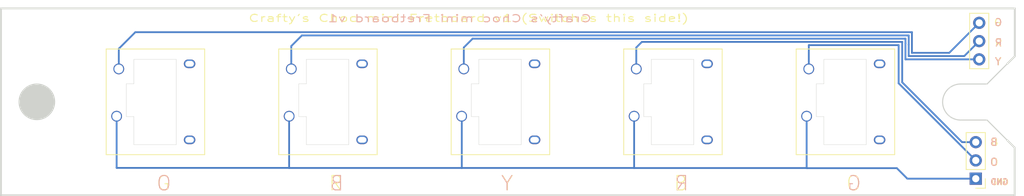
<source format=kicad_pcb>
(kicad_pcb (version 20221018) (generator pcbnew)
  (layers (0 "F.Cu" signal) (31 "B.Cu" signal) (34 "B.Paste" user) (35 "F.Paste" user) (36 "B.SilkS" user "B.Silkscreen") (37 "F.SilkS" user "F.Silkscreen") (38 "B.Mask" user) (39 "F.Mask" user) (44 "Edge.Cuts" user))
  (net 0 "")
  (net 1 "Net-(J1-Pin_1)")
  (net 2 "Net-(J2-Pin_3)")
  (net 3 "Net-(J2-Pin_2)")
  (net 4 "Net-(J2-Pin_1)")
  (net 5 "Net-(J1-Pin_3)")
  (net 6 "Net-(J1-Pin_2)")
  (footprint "PCM_Switch_Keyboard_Kailh:SW_Kailh_Choc_Mini_1.00u" (layer "F.Cu") (at 69.5 -13 -90)
    (fp_text reference "CH3" hide)
    (fp_text value "choc_SW_solder")
    (fp_line (start -7.35 -6.85) (end -7.35 6.85) (stroke (width 0.12)) (layer "F.SilkS"))
    (fp_line (start -7.35 6.85) (end 7.35 6.85) (stroke (width 0.12)) (layer "F.SilkS"))
    (fp_line (start 7.35 -6.85) (end -7.35 -6.85) (stroke (width 0.12)) (layer "F.SilkS"))
    (fp_line (start 7.35 6.85) (end 7.35 -6.85) (stroke (width 0.12)) (layer "F.SilkS"))
    (fp_line (start -5.9 -2.9) (end -5.9 3) (stroke (width 0.05)) (layer "Edge.Cuts"))
    (fp_line (start -5.9 3) (end -2.5 3) (stroke (width 0.05)) (layer "Edge.Cuts"))
    (fp_line (start -2.5 3) (end -2.5 4.05) (stroke (width 0.05)) (layer "Edge.Cuts"))
    (fp_line (start -2.5 4.05) (end 2.05 4.05) (stroke (width 0.05)) (layer "Edge.Cuts"))
    (fp_line (start 2.05 3) (end 5.95 3) (stroke (width 0.05)) (layer "Edge.Cuts"))
    (fp_line (start 2.05 4.05) (end 2.05 3) (stroke (width 0.05)) (layer "Edge.Cuts"))
    (fp_line (start 5.95 -2.9) (end -5.9 -2.9) (stroke (width 0.05)) (layer "Edge.Cuts"))
    (fp_line (start 5.95 3) (end 5.95 -2.9) (stroke (width 0.05)) (layer "Edge.Cuts"))
    (pad "" np_thru_hole oval (at -5.29 -4.75 270) (size 1.2 1.6) (drill oval 0.8 1.2) (layers "*.Cu" "*.Mask"))
    (pad "" np_thru_hole oval (at 5.29 -4.75 270) (size 1.2 1.6) (drill oval 0.8 1.2) (layers "*.Cu" "*.Mask"))
    (pad "1" thru_hole circle (at 2 5.4 270) (size 1.5 1.5) (drill 1.2) (layers "*.Cu" "*.Mask") (net 1 "Net-(J1-Pin_1)"))
    (pad "2" thru_hole circle (at -4.58 5.1 270) (size 1.5 1.5) (drill 1.2) (layers "*.Cu" "*.Mask") (net 4 "Net-(J2-Pin_1)"))
  )
  (footprint "PCM_Switch_Keyboard_Kailh:SW_Kailh_Choc_Mini_1.00u" (layer "F.Cu") (at 117.5 -13 -90)
    (fp_text reference "CH5" hide)
    (fp_text value "choc_SW_solder")
    (fp_line (start -7.35 -6.85) (end -7.35 6.85) (stroke (width 0.12)) (layer "F.SilkS"))
    (fp_line (start -7.35 6.85) (end 7.35 6.85) (stroke (width 0.12)) (layer "F.SilkS"))
    (fp_line (start 7.35 -6.85) (end -7.35 -6.85) (stroke (width 0.12)) (layer "F.SilkS"))
    (fp_line (start 7.35 6.85) (end 7.35 -6.85) (stroke (width 0.12)) (layer "F.SilkS"))
    (fp_line (start -5.9 -2.9) (end -5.9 3) (stroke (width 0.05)) (layer "Edge.Cuts"))
    (fp_line (start -5.9 3) (end -2.5 3) (stroke (width 0.05)) (layer "Edge.Cuts"))
    (fp_line (start -2.5 3) (end -2.5 4.05) (stroke (width 0.05)) (layer "Edge.Cuts"))
    (fp_line (start -2.5 4.05) (end 2.05 4.05) (stroke (width 0.05)) (layer "Edge.Cuts"))
    (fp_line (start 2.05 3) (end 5.95 3) (stroke (width 0.05)) (layer "Edge.Cuts"))
    (fp_line (start 2.05 4.05) (end 2.05 3) (stroke (width 0.05)) (layer "Edge.Cuts"))
    (fp_line (start 5.95 -2.9) (end -5.9 -2.9) (stroke (width 0.05)) (layer "Edge.Cuts"))
    (fp_line (start 5.95 3) (end 5.95 -2.9) (stroke (width 0.05)) (layer "Edge.Cuts"))
    (pad "" np_thru_hole oval (at -5.29 -4.75 270) (size 1.2 1.6) (drill oval 0.8 1.2) (layers "*.Cu" "*.Mask"))
    (pad "" np_thru_hole oval (at 5.29 -4.75 270) (size 1.2 1.6) (drill oval 0.8 1.2) (layers "*.Cu" "*.Mask"))
    (pad "1" thru_hole circle (at 2 5.4 270) (size 1.5 1.5) (drill 1.2) (layers "*.Cu" "*.Mask") (net 1 "Net-(J1-Pin_1)"))
    (pad "2" thru_hole circle (at -4.58 5.1 270) (size 1.5 1.5) (drill 1.2) (layers "*.Cu" "*.Mask") (net 6 "Net-(J1-Pin_2)"))
  )
  (footprint "Connector_PinHeader_2.54mm:PinHeader_1x03_P2.54mm_Vertical" (layer "F.Cu") (at 135.63 -2.31 180)
    (fp_text reference "J1" hide)
    (fp_text value "Conn_01x03_Pin")
    (fp_line (start -1.33 -1.33) (end 0 -1.33) (stroke (width 0.12)) (layer "F.SilkS"))
    (fp_line (start -1.33 0) (end -1.33 -1.33) (stroke (width 0.12)) (layer "F.SilkS"))
    (fp_line (start -1.33 1.27) (end -1.33 6.41) (stroke (width 0.12)) (layer "F.SilkS"))
    (fp_line (start -1.33 1.27) (end 1.33 1.27) (stroke (width 0.12)) (layer "F.SilkS"))
    (fp_line (start -1.33 6.41) (end 1.33 6.41) (stroke (width 0.12)) (layer "F.SilkS"))
    (fp_line (start 1.33 1.27) (end 1.33 6.41) (stroke (width 0.12)) (layer "F.SilkS"))
    (pad "1" thru_hole rect (at 0 0 180) (size 1.7 1.7) (drill 1) (layers "*.Cu" "*.Mask") (net 1 "Net-(J1-Pin_1)"))
    (pad "2" thru_hole oval (at 0 2.54 180) (size 1.7 1.7) (drill 1) (layers "*.Cu" "*.Mask") (net 6 "Net-(J1-Pin_2)"))
    (pad "3" thru_hole oval (at 0 5.08 180) (size 1.7 1.7) (drill 1) (layers "*.Cu" "*.Mask") (net 5 "Net-(J1-Pin_3)"))
  )
  (footprint "Connector_PinHeader_2.54mm:PinHeader_1x03_P2.54mm_Vertical" (layer "F.Cu") (at 136.11 -18.91 180)
    (fp_text reference "J2" hide)
    (fp_text value "Conn_01x03_Pin")
    (fp_line (start -1.33 -1.3) (end -1.33 6.41) (stroke (width 0.12)) (layer "F.SilkS"))
    (fp_line (start -1.33 -1.3) (end 1.33 -1.3) (stroke (width 0.12)) (layer "F.SilkS"))
    (fp_line (start -1.33 6.41) (end 1.33 6.41) (stroke (width 0.12)) (layer "F.SilkS"))
    (fp_line (start 1.33 -1.3) (end 1.33 6.41) (stroke (width 0.12)) (layer "F.SilkS"))
    (pad "1" thru_hole oval (at 0 0 180) (size 1.7 1.7) (drill 1) (layers "*.Cu" "*.Mask") (net 4 "Net-(J2-Pin_1)"))
    (pad "2" thru_hole oval (at 0 2.54 180) (size 1.7 1.7) (drill 1) (layers "*.Cu" "*.Mask") (net 3 "Net-(J2-Pin_2)"))
    (pad "3" thru_hole oval (at 0 5.08 180) (size 1.7 1.7) (drill 1) (layers "*.Cu" "*.Mask") (net 2 "Net-(J2-Pin_3)"))
  )
  (footprint "PCM_Switch_Keyboard_Kailh:SW_Kailh_Choc_Mini_1.00u" (layer "F.Cu") (at 93.5 -13 -90)
    (fp_text reference "CH4" hide)
    (fp_text value "choc_SW_solder")
    (fp_line (start -7.35 -6.85) (end -7.35 6.85) (stroke (width 0.12)) (layer "F.SilkS"))
    (fp_line (start -7.35 6.85) (end 7.35 6.85) (stroke (width 0.12)) (layer "F.SilkS"))
    (fp_line (start 7.35 -6.85) (end -7.35 -6.85) (stroke (width 0.12)) (layer "F.SilkS"))
    (fp_line (start 7.35 6.85) (end 7.35 -6.85) (stroke (width 0.12)) (layer "F.SilkS"))
    (fp_line (start -5.9 -2.9) (end -5.9 3) (stroke (width 0.05)) (layer "Edge.Cuts"))
    (fp_line (start -5.9 3) (end -2.5 3) (stroke (width 0.05)) (layer "Edge.Cuts"))
    (fp_line (start -2.5 3) (end -2.5 4.05) (stroke (width 0.05)) (layer "Edge.Cuts"))
    (fp_line (start -2.5 4.05) (end 2.05 4.05) (stroke (width 0.05)) (layer "Edge.Cuts"))
    (fp_line (start 2.05 3) (end 5.95 3) (stroke (width 0.05)) (layer "Edge.Cuts"))
    (fp_line (start 2.05 4.05) (end 2.05 3) (stroke (width 0.05)) (layer "Edge.Cuts"))
    (fp_line (start 5.95 -2.9) (end -5.9 -2.9) (stroke (width 0.05)) (layer "Edge.Cuts"))
    (fp_line (start 5.95 3) (end 5.95 -2.9) (stroke (width 0.05)) (layer "Edge.Cuts"))
    (pad "" np_thru_hole oval (at -5.29 -4.75 270) (size 1.2 1.6) (drill oval 0.8 1.2) (layers "*.Cu" "*.Mask"))
    (pad "" np_thru_hole oval (at 5.29 -4.75 270) (size 1.2 1.6) (drill oval 0.8 1.2) (layers "*.Cu" "*.Mask"))
    (pad "1" thru_hole circle (at 2 5.4 270) (size 1.5 1.5) (drill 1.2) (layers "*.Cu" "*.Mask") (net 1 "Net-(J1-Pin_1)"))
    (pad "2" thru_hole circle (at -4.58 5.1 270) (size 1.5 1.5) (drill 1.2) (layers "*.Cu" "*.Mask") (net 5 "Net-(J1-Pin_3)"))
  )
  (footprint "PCM_Switch_Keyboard_Kailh:SW_Kailh_Choc_Mini_1.00u" (layer "F.Cu") (at 21.5 -13 -90)
    (fp_text reference "CH1" hide)
    (fp_text value "choc_SW_solder")
    (fp_line (start -7.35 -6.85) (end -7.35 6.85) (stroke (width 0.12)) (layer "F.SilkS"))
    (fp_line (start -7.35 6.85) (end 7.35 6.85) (stroke (width 0.12)) (layer "F.SilkS"))
    (fp_line (start 7.35 -6.85) (end -7.35 -6.85) (stroke (width 0.12)) (layer "F.SilkS"))
    (fp_line (start 7.35 6.85) (end 7.35 -6.85) (stroke (width 0.12)) (layer "F.SilkS"))
    (fp_line (start -5.9 -2.9) (end -5.9 3) (stroke (width 0.05)) (layer "Edge.Cuts"))
    (fp_line (start -5.9 3) (end -2.5 3) (stroke (width 0.05)) (layer "Edge.Cuts"))
    (fp_line (start -2.5 3) (end -2.5 4.05) (stroke (width 0.05)) (layer "Edge.Cuts"))
    (fp_line (start -2.5 4.05) (end 2.05 4.05) (stroke (width 0.05)) (layer "Edge.Cuts"))
    (fp_line (start 2.05 3) (end 5.95 3) (stroke (width 0.05)) (layer "Edge.Cuts"))
    (fp_line (start 2.05 4.05) (end 2.05 3) (stroke (width 0.05)) (layer "Edge.Cuts"))
    (fp_line (start 5.95 -2.9) (end -5.9 -2.9) (stroke (width 0.05)) (layer "Edge.Cuts"))
    (fp_line (start 5.95 3) (end 5.95 -2.9) (stroke (width 0.05)) (layer "Edge.Cuts"))
    (pad "" np_thru_hole oval (at -5.29 -4.75 270) (size 1.2 1.6) (drill oval 0.8 1.2) (layers "*.Cu" "*.Mask"))
    (pad "" np_thru_hole oval (at 5.29 -4.75 270) (size 1.2 1.6) (drill oval 0.8 1.2) (layers "*.Cu" "*.Mask"))
    (pad "1" thru_hole circle (at 2 5.4 270) (size 1.5 1.5) (drill 1.2) (layers "*.Cu" "*.Mask") (net 1 "Net-(J1-Pin_1)"))
    (pad "2" thru_hole circle (at -4.58 5.1 270) (size 1.5 1.5) (drill 1.2) (layers "*.Cu" "*.Mask") (net 2 "Net-(J2-Pin_3)"))
  )
  (footprint "PCM_Switch_Keyboard_Kailh:SW_Kailh_Choc_Mini_1.00u" (layer "F.Cu") (at 45.5 -13 -90)
    (fp_text reference "CH2" hide)
    (fp_text value "choc_SW_solder")
    (fp_line (start -7.35 -6.85) (end -7.35 6.85) (stroke (width 0.12)) (layer "F.SilkS"))
    (fp_line (start -7.35 6.85) (end 7.35 6.85) (stroke (width 0.12)) (layer "F.SilkS"))
    (fp_line (start 7.35 -6.85) (end -7.35 -6.85) (stroke (width 0.12)) (layer "F.SilkS"))
    (fp_line (start 7.35 6.85) (end 7.35 -6.85) (stroke (width 0.12)) (layer "F.SilkS"))
    (fp_line (start -5.9 -2.9) (end -5.9 3) (stroke (width 0.05)) (layer "Edge.Cuts"))
    (fp_line (start -5.9 3) (end -2.5 3) (stroke (width 0.05)) (layer "Edge.Cuts"))
    (fp_line (start -2.5 3) (end -2.5 4.05) (stroke (width 0.05)) (layer "Edge.Cuts"))
    (fp_line (start -2.5 4.05) (end 2.05 4.05) (stroke (width 0.05)) (layer "Edge.Cuts"))
    (fp_line (start 2.05 3) (end 5.95 3) (stroke (width 0.05)) (layer "Edge.Cuts"))
    (fp_line (start 2.05 4.05) (end 2.05 3) (stroke (width 0.05)) (layer "Edge.Cuts"))
    (fp_line (start 5.95 -2.9) (end -5.9 -2.9) (stroke (width 0.05)) (layer "Edge.Cuts"))
    (fp_line (start 5.95 3) (end 5.95 -2.9) (stroke (width 0.05)) (layer "Edge.Cuts"))
    (pad "" np_thru_hole oval (at -5.29 -4.75 270) (size 1.2 1.6) (drill oval 0.8 1.2) (layers "*.Cu" "*.Mask"))
    (pad "" np_thru_hole oval (at 5.29 -4.75 270) (size 1.2 1.6) (drill oval 0.8 1.2) (layers "*.Cu" "*.Mask"))
    (pad "1" thru_hole circle (at 2 5.4 270) (size 1.5 1.5) (drill 1.2) (layers "*.Cu" "*.Mask") (net 1 "Net-(J1-Pin_1)"))
    (pad "2" thru_hole circle (at -4.58 5.1 270) (size 1.5 1.5) (drill 1.2) (layers "*.Cu" "*.Mask") (net 3 "Net-(J2-Pin_2)"))
  )
  (gr_line (start 0 -25.99994) (end 0 0) (stroke (width 0.254)) (layer "Edge.Cuts"))
  (gr_line (start 141.04 0) (end 141.04 -6.62) (stroke (width 0.254)) (layer "Edge.Cuts"))
  (gr_line (start 133.526671 -10.466658) (end 137.2 -10.466658) (stroke (width 0.15)) (layer "Edge.Cuts"))
  (gr_line (start 141.06 -19.34) (end 141.06 -25.99994) (stroke (width 0.254)) (layer "Edge.Cuts"))
  (gr_arc (start 133.526671 -10.466658) (mid 131.02 -12.973329) (end 133.526671 -15.48) (stroke (width 0.15)) (layer "Edge.Cuts"))
  (gr_circle (center 5 -13) (end 7.5 -13) (stroke (width 0.1)) (fill solid) (layer "Edge.Cuts"))
  (gr_line (start 137.2 -10.466658) (end 140.008 -7.658658) (stroke (width 0.15)) (layer "Edge.Cuts"))
  (gr_line (start 137.2 -15.48) (end 140.008 -18.288) (stroke (width 0.15)) (layer "Edge.Cuts"))
  (gr_line (start 133.526671 -15.48) (end 137.2 -15.48) (stroke (width 0.15)) (layer "Edge.Cuts"))
  (gr_line (start 140.008 -7.658658) (end 141.041734 -6.624924) (stroke (width 0.254)) (layer "Edge.Cuts"))
  (gr_line (start 0 0) (end 141.04 0) (stroke (width 0.254)) (layer "Edge.Cuts"))
  (gr_line (start 0 -25.99994) (end 141.06 -25.99994) (stroke (width 0.254)) (layer "Edge.Cuts"))
  (gr_line (start 140.008 -18.288) (end 141.06 -19.34) (stroke (width 0.254)) (layer "Edge.Cuts"))
  (gr_text "G" (at 119.825238 -0.5) (layer "B.SilkS") (effects (font (size 2 2)) (justify left bottom mirror)))
  (gr_text "R" (at 139.39 -20.64) (layer "B.SilkS") (effects (font (size 1 1)) (justify left bottom mirror)))
  (gr_text "Y" (at 139.26 -18.02) (layer "B.SilkS") (effects (font (size 1 1)) (justify left bottom mirror)))
  (gr_text "Y" (at 71.37 -0.5) (layer "B.SilkS") (effects (font (size 2 2)) (justify left bottom mirror)))
  (gr_text "R" (at 95.825238 -0.5) (layer "B.SilkS") (effects (font (size 2 2)) (justify left bottom mirror)))
  (gr_text "B" (at 138.74 -6.82) (layer "B.SilkS") (effects (font (size 1 1)) (justify left bottom mirror)))
  (gr_text "O" (at 23.825238 -0.5) (layer "B.SilkS") (effects (font (size 2 2)) (justify left bottom mirror)))
  (gr_text "G" (at 139.39 -23.47) (layer "B.SilkS") (effects (font (size 1 1)) (justify left bottom mirror)))
  (gr_text "GND" (at 140.25 -1.4) (layer "B.SilkS") (effects (font (size 0.8 0.8) (thickness 0.175) bold) (justify left bottom mirror)))
  (gr_text "Crafty's Choc mini Fretboard v1" (at 82.28 -24.01) (layer "B.SilkS") (effects (font (size 1 1.5)) (justify left bottom mirror)))
  (gr_text "O" (at 138.79 -4.03) (layer "B.SilkS") (effects (font (size 1 1)) (justify left bottom mirror)))
  (gr_text "B" (at 47.825238 -0.5) (layer "B.SilkS") (effects (font (size 2 2)) (justify left bottom mirror)))
  (gr_text "B" (at 137.65 -6.81) (layer "F.SilkS") (effects (font (size 1 1)) (justify left bottom)))
  (gr_text "GND" (at 137.64 -1.38) (layer "F.SilkS") (effects (font (size 0.8 0.8) (thickness 0.175) bold) (justify left bottom)))
  (gr_text "G" (at 21.5 -0.5) (layer "F.SilkS") (effects (font (size 2 2)) (justify left bottom)))
  (gr_text "R" (at 138.201666 -20.63) (layer "F.SilkS") (effects (font (size 1 1)) (justify left bottom)))
  (gr_text "O" (at 117.5 -0.5) (layer "F.SilkS") (effects (font (size 2 2)) (justify left bottom)))
  (gr_text "Crafty's Choc mini Fretboard v1 (Switches this side!)" (at 34.34 -24.05) (layer "F.SilkS") (effects (font (size 1 1.5)) (justify left bottom)))
  (gr_text "B" (at 93.5 -0.5) (layer "F.SilkS") (effects (font (size 2 2)) (justify left bottom)))
  (gr_text "Y" (at 138.251666 -18.02) (layer "F.SilkS") (effects (font (size 1 1)) (justify left bottom)))
  (gr_text "O" (at 137.6 -4.02) (layer "F.SilkS") (effects (font (size 1 1)) (justify left bottom)))
  (gr_text "G" (at 138.091666 -23.46) (layer "F.SilkS") (effects (font (size 1 1)) (justify left bottom)))
  (gr_text "Y" (at 69.5 -0.5) (layer "F.SilkS") (effects (font (size 2 2)) (justify left bottom)))
  (gr_text "R" (at 45.5 -0.5) (layer "F.SilkS") (effects (font (size 2 2)) (justify left bottom)))
  (segment (start 16.1 -3.83) (end 16.1 -11) (width 0.25) (layer "B.Cu") (net 1))
  (segment (start 64.12 -3.8) (end 64.12 -11.005) (width 0.25) (layer "B.Cu") (net 1))
  (segment (start 126.11 -2.31) (end 124.65 -3.77) (width 0.25) (layer "B.Cu") (net 1))
  (segment (start 88.1 -3.79) (end 88.1 -11) (width 0.25) (layer "B.Cu") (net 1))
  (segment (start 40.11 -3.8) (end 40.1 -3.81) (width 0.25) (layer "B.Cu") (net 1))
  (segment (start 16.12 -3.81) (end 16.1 -3.83) (width 0.25) (layer "B.Cu") (net 1))
  (segment (start 40.1 -3.81) (end 40.1 -11) (width 0.25) (layer "B.Cu") (net 1))
  (segment (start 40.1 -3.81) (end 16.12 -3.81) (width 0.25) (layer "B.Cu") (net 1))
  (segment (start 112.12 -3.77) (end 112.1 -3.79) (width 0.25) (layer "B.Cu") (net 1))
  (segment (start 88.115 -3.8) (end 64.12 -3.8) (width 0.25) (layer "B.Cu") (net 1))
  (segment (start 112.1 -3.79) (end 88.1 -3.79) (width 0.25) (layer "B.Cu") (net 1))
  (segment (start 112.1 -3.79) (end 112.1 -11) (width 0.25) (layer "B.Cu") (net 1))
  (segment (start 64.12 -3.8) (end 40.11 -3.8) (width 0.25) (layer "B.Cu") (net 1))
  (segment (start 135.63 -2.31) (end 126.11 -2.31) (width 0.25) (layer "B.Cu") (net 1))
  (segment (start 124.65 -3.77) (end 112.12 -3.77) (width 0.25) (layer "B.Cu") (net 1))
  (segment (start 126.75 -19.821802) (end 126.748198 -19.82) (width 0.25) (layer "B.Cu") (net 2))
  (segment (start 131.94 -19.82) (end 136.11 -23.99) (width 0.25) (layer "B.Cu") (net 2))
  (segment (start 16.4 -17.58) (end 16.4 -20.39) (width 0.25) (layer "B.Cu") (net 2))
  (segment (start 126.748198 -19.82) (end 131.94 -19.82) (width 0.25) (layer "B.Cu") (net 2))
  (segment (start 126.75 -22.69) (end 126.75 -19.821802) (width 0.25) (layer "B.Cu") (net 2))
  (segment (start 18.7 -22.69) (end 126.75 -22.69) (width 0.25) (layer "B.Cu") (net 2))
  (segment (start 16.4 -20.39) (end 18.7 -22.69) (width 0.25) (layer "B.Cu") (net 2))
  (segment (start 126.3 -22.24) (end 41.88 -22.24) (width 0.25) (layer "B.Cu") (net 3))
  (segment (start 126.3 -20.957208) (end 126.3 -22.24) (width 0.25) (layer "B.Cu") (net 3))
  (segment (start 40.4 -20.76) (end 40.4 -17.58) (width 0.25) (layer "B.Cu") (net 3))
  (segment (start 136.11 -21.45) (end 134.03 -19.37) (width 0.25) (layer "B.Cu") (net 3))
  (segment (start 126.298198 -20.955406) (end 126.3 -20.957208) (width 0.25) (layer "B.Cu") (net 3))
  (segment (start 126.298198 -19.37) (end 126.298198 -20.955406) (width 0.25) (layer "B.Cu") (net 3))
  (segment (start 134.03 -19.37) (end 126.298198 -19.37) (width 0.25) (layer "B.Cu") (net 3))
  (segment (start 41.88 -22.24) (end 40.4 -20.76) (width 0.25) (layer "B.Cu") (net 3))
  (segment (start 64.4 -20.56) (end 64.4 -17.58) (width 0.25) (layer "B.Cu") (net 4))
  (segment (start 125.83 -21.79) (end 65.63 -21.79) (width 0.25) (layer "B.Cu") (net 4))
  (segment (start 125.85 -21.77) (end 125.83 -21.79) (width 0.25) (layer "B.Cu") (net 4))
  (segment (start 136.11 -18.91) (end 125.848198 -18.91) (width 0.25) (layer "B.Cu") (net 4))
  (segment (start 125.848198 -18.91) (end 125.848198 -21.141802) (width 0.25) (layer "B.Cu") (net 4))
  (segment (start 65.63 -21.79) (end 64.4 -20.56) (width 0.25) (layer "B.Cu") (net 4))
  (segment (start 125.85 -21.143604) (end 125.85 -21.77) (width 0.25) (layer "B.Cu") (net 4))
  (segment (start 125.848198 -21.141802) (end 125.85 -21.143604) (width 0.25) (layer "B.Cu") (net 4))
  (segment (start 125.39 -21.34) (end 89.18 -21.34) (width 0.25) (layer "B.Cu") (net 5))
  (segment (start 88.4 -20.56) (end 88.4 -17.58) (width 0.25) (layer "B.Cu") (net 5))
  (segment (start 89.18 -21.34) (end 88.4 -20.56) (width 0.25) (layer "B.Cu") (net 5))
  (segment (start 125.398198 -15.718198) (end 125.398198 -21.328198) (width 0.25) (layer "B.Cu") (net 5))
  (segment (start 125.4 -21.33) (end 125.39 -21.34) (width 0.25) (layer "B.Cu") (net 5))
  (segment (start 133.726396 -7.39) (end 125.398198 -15.718198) (width 0.25) (layer "B.Cu") (net 5))
  (segment (start 125.398198 -21.328198) (end 125.4 -21.33) (width 0.25) (layer "B.Cu") (net 5))
  (segment (start 135.63 -7.39) (end 133.726396 -7.39) (width 0.25) (layer "B.Cu") (net 5))
  (segment (start 112.42 -20.89) (end 112.4 -20.87) (width 0.25) (layer "B.Cu") (net 6))
  (segment (start 112.4 -20.87) (end 112.4 -17.58) (width 0.25) (layer "B.Cu") (net 6))
  (segment (start 124.9 -20.89) (end 112.42 -20.89) (width 0.25) (layer "B.Cu") (net 6))
  (segment (start 135.63 -4.85) (end 124.9 -15.58) (width 0.25) (layer "B.Cu") (net 6))
  (segment (start 124.9 -15.58) (end 124.9 -20.89) (width 0.25) (layer "B.Cu") (net 6))
)
</source>
